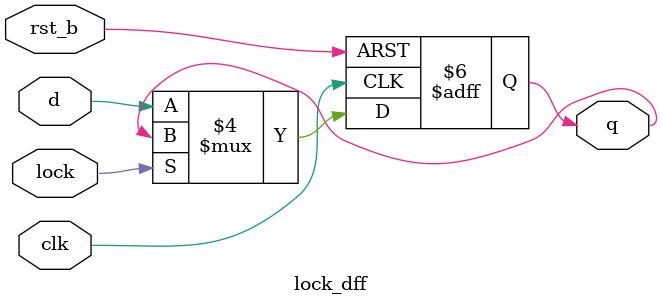
<source format=sv>
module lock_dff #(
    parameter WIDTH = 1
) (
    input [WIDTH-1:0] d,
    output reg [WIDTH-1:0] q,
    input clk,
    input rst_b,
    input lock
);

    always @(posedge clk, negedge rst_b) begin
        if (rst_b == 0) begin
            q <= 0;
        end else if (~lock) begin
            q <= d;
        end
    end

endmodule
</source>
